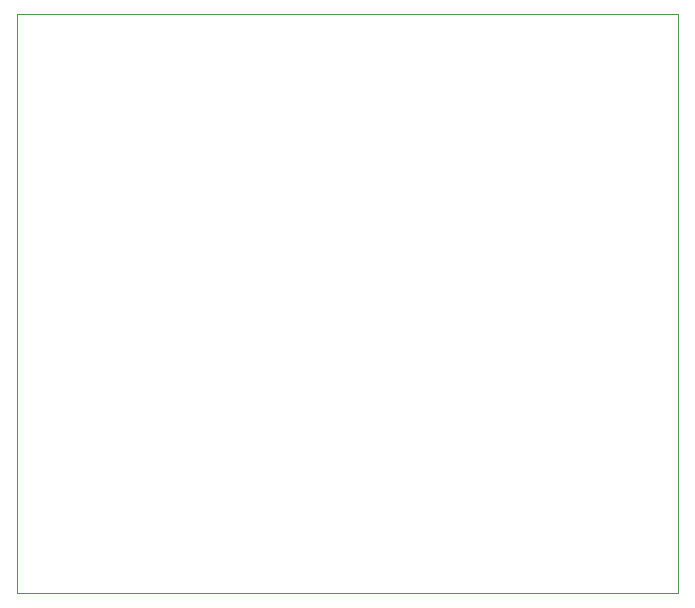
<source format=gbr>
%TF.GenerationSoftware,KiCad,Pcbnew,8.0.5*%
%TF.CreationDate,2024-10-19T20:03:01-04:00*%
%TF.ProjectId,Hackclub,4861636b-636c-4756-922e-6b696361645f,rev?*%
%TF.SameCoordinates,Original*%
%TF.FileFunction,Profile,NP*%
%FSLAX46Y46*%
G04 Gerber Fmt 4.6, Leading zero omitted, Abs format (unit mm)*
G04 Created by KiCad (PCBNEW 8.0.5) date 2024-10-19 20:03:01*
%MOMM*%
%LPD*%
G01*
G04 APERTURE LIST*
%TA.AperFunction,Profile*%
%ADD10C,0.050000*%
%TD*%
G04 APERTURE END LIST*
D10*
X84500000Y-54500000D02*
X140500000Y-54500000D01*
X140500000Y-103500000D01*
X84500000Y-103500000D01*
X84500000Y-54500000D01*
M02*

</source>
